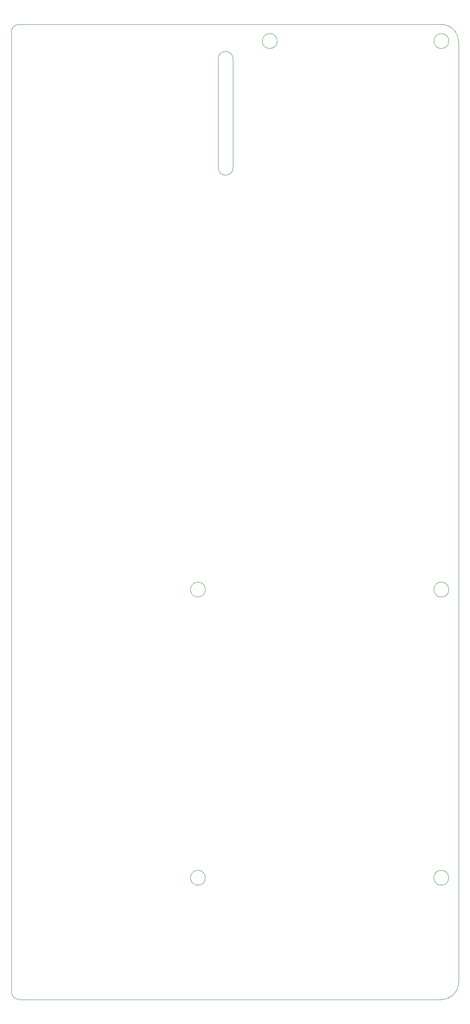
<source format=gbr>
%TF.GenerationSoftware,KiCad,Pcbnew,9.0.0*%
%TF.CreationDate,2025-03-21T01:21:14+03:00*%
%TF.ProjectId,MasterBoard,4d617374-6572-4426-9f61-72642e6b6963,rev?*%
%TF.SameCoordinates,Original*%
%TF.FileFunction,Profile,NP*%
%FSLAX46Y46*%
G04 Gerber Fmt 4.6, Leading zero omitted, Abs format (unit mm)*
G04 Created by KiCad (PCBNEW 9.0.0) date 2025-03-21 01:21:14*
%MOMM*%
%LPD*%
G01*
G04 APERTURE LIST*
%TA.AperFunction,Profile*%
%ADD10C,0.050000*%
%TD*%
G04 APERTURE END LIST*
D10*
X123098000Y-214546398D02*
G75*
G02*
X120098000Y-214546398I-1500000J0D01*
G01*
X120098000Y-214546398D02*
G75*
G02*
X123098000Y-214546398I1500000J0D01*
G01*
X174098000Y-235546398D02*
G75*
G02*
X170598000Y-239046400I-3500000J-2D01*
G01*
X84013000Y-44406398D02*
G75*
G02*
X85613000Y-42806400I1600000J-2D01*
G01*
X121598000Y-239046398D02*
X170598000Y-239046398D01*
X128663000Y-49756398D02*
X128663000Y-71656398D01*
X172113000Y-156556398D02*
G75*
G02*
X169113000Y-156556398I-1500000J0D01*
G01*
X169113000Y-156556398D02*
G75*
G02*
X172113000Y-156556398I1500000J0D01*
G01*
X170563000Y-42806398D02*
G75*
G02*
X174063002Y-46306398I0J-3500002D01*
G01*
X85613000Y-42806398D02*
X170563000Y-42806398D01*
X172098000Y-214546398D02*
G75*
G02*
X169098000Y-214546398I-1500000J0D01*
G01*
X169098000Y-214546398D02*
G75*
G02*
X172098000Y-214546398I1500000J0D01*
G01*
X123098000Y-156546398D02*
G75*
G02*
X120098000Y-156546398I-1500000J0D01*
G01*
X120098000Y-156546398D02*
G75*
G02*
X123098000Y-156546398I1500000J0D01*
G01*
X85613000Y-239046398D02*
G75*
G02*
X84023002Y-237456398I0J1589998D01*
G01*
X172113000Y-46156398D02*
G75*
G02*
X169113000Y-46156398I-1500000J0D01*
G01*
X169113000Y-46156398D02*
G75*
G02*
X172113000Y-46156398I1500000J0D01*
G01*
X84023000Y-237456398D02*
X84013000Y-44406398D01*
X174098000Y-235546398D02*
X174098000Y-153046398D01*
X125663000Y-49756398D02*
X125663000Y-71656398D01*
X137563000Y-46156398D02*
G75*
G02*
X134563000Y-46156398I-1500000J0D01*
G01*
X134563000Y-46156398D02*
G75*
G02*
X137563000Y-46156398I1500000J0D01*
G01*
X125663000Y-49756398D02*
G75*
G02*
X128663000Y-49756398I1500000J0D01*
G01*
X85613000Y-239046398D02*
X121598000Y-239046398D01*
X128663000Y-71656398D02*
G75*
G02*
X125663000Y-71656398I-1500000J0D01*
G01*
X174063000Y-46306398D02*
X174098000Y-153046398D01*
M02*

</source>
